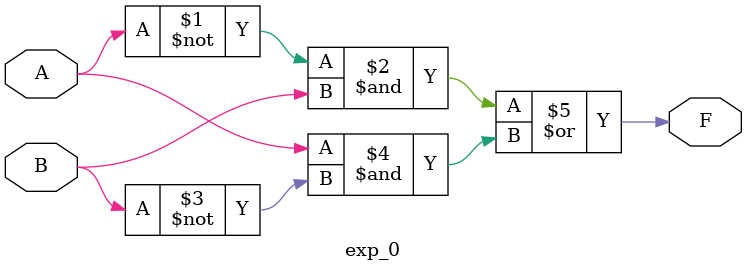
<source format=v>
module exp_0(
	input A,
	input B,
	output F
	);
	
	assign F=~A&B|A&~B;
endmodule
</source>
